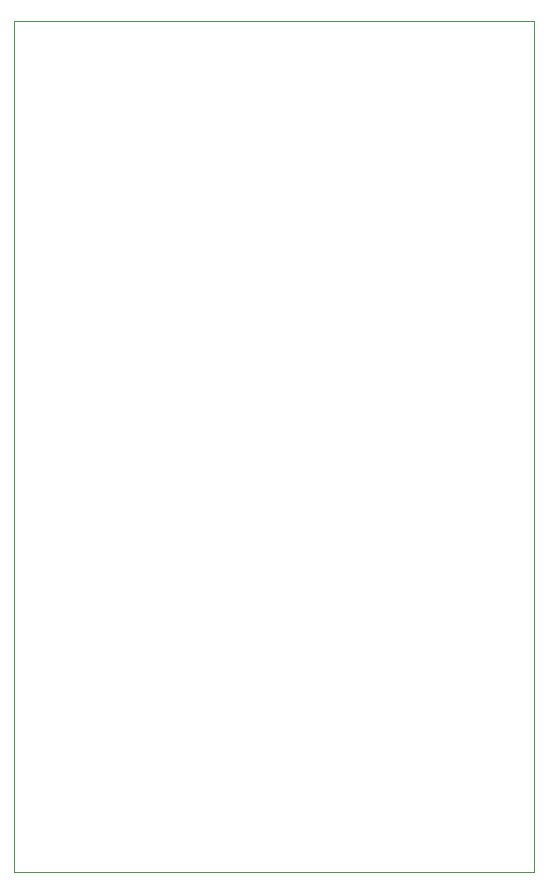
<source format=gbr>
G04 #@! TF.FileFunction,Profile,NP*
%FSLAX45Y45*%
G04 Gerber Fmt 4.5, Leading zero omitted, Abs format (unit mm)*
G04 Created by KiCad (PCBNEW 4.0.6) date 08/29/18 06:28:06*
%MOMM*%
%LPD*%
G01*
G04 APERTURE LIST*
%ADD10C,0.100000*%
G04 APERTURE END LIST*
D10*
X17160240Y-4892040D02*
X12755880Y-4892040D01*
X17160240Y-4897120D02*
X17160240Y-4892040D01*
X17160240Y-12095480D02*
X17160240Y-4897120D01*
X12755880Y-12095480D02*
X17160240Y-12095480D01*
X12755880Y-12095480D02*
X12755880Y-4892040D01*
M02*

</source>
